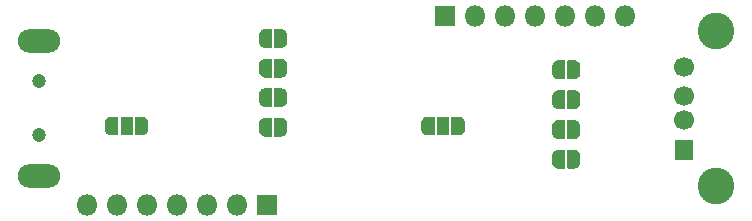
<source format=gbr>
G04 #@! TF.GenerationSoftware,KiCad,Pcbnew,5.1.6-c6e7f7d~87~ubuntu18.04.1*
G04 #@! TF.CreationDate,2021-03-10T22:13:46+06:00*
G04 #@! TF.ProjectId,USG_plus_LQFP,5553475f-706c-4757-935f-4c5146502e6b,rev?*
G04 #@! TF.SameCoordinates,Original*
G04 #@! TF.FileFunction,Soldermask,Bot*
G04 #@! TF.FilePolarity,Negative*
%FSLAX46Y46*%
G04 Gerber Fmt 4.6, Leading zero omitted, Abs format (unit mm)*
G04 Created by KiCad (PCBNEW 5.1.6-c6e7f7d~87~ubuntu18.04.1) date 2021-03-10 22:13:46*
%MOMM*%
%LPD*%
G01*
G04 APERTURE LIST*
%ADD10O,3.600000X2.000000*%
%ADD11C,1.200000*%
%ADD12O,1.800000X1.800000*%
%ADD13R,1.800000X1.800000*%
%ADD14C,3.100000*%
%ADD15R,1.600000X1.700000*%
%ADD16C,1.700000*%
%ADD17C,0.100000*%
%ADD18R,1.100000X1.600000*%
G04 APERTURE END LIST*
D10*
X103100000Y-145700000D03*
X103100000Y-134300000D03*
D11*
X103100000Y-142300000D03*
X103100000Y-137700000D03*
D12*
X107160000Y-148200000D03*
X109700000Y-148200000D03*
X112240000Y-148200000D03*
X114780000Y-148200000D03*
X117320000Y-148200000D03*
X119860000Y-148200000D03*
D13*
X122400000Y-148200000D03*
X137500000Y-132200000D03*
D12*
X140040000Y-132200000D03*
X142580000Y-132200000D03*
X145120000Y-132200000D03*
X147660000Y-132200000D03*
X150200000Y-132200000D03*
X152740000Y-132200000D03*
D14*
X160410000Y-146570000D03*
X160410000Y-133430000D03*
D15*
X157700000Y-143500000D03*
D16*
X157700000Y-141000000D03*
X157700000Y-139000000D03*
X157700000Y-136500000D03*
D17*
G36*
X111806111Y-140700602D02*
G01*
X111824534Y-140700602D01*
X111829435Y-140700843D01*
X111878266Y-140705653D01*
X111883119Y-140706373D01*
X111931244Y-140715945D01*
X111936005Y-140717137D01*
X111982960Y-140731381D01*
X111987579Y-140733034D01*
X112032912Y-140751811D01*
X112037349Y-140753909D01*
X112080622Y-140777040D01*
X112084829Y-140779562D01*
X112125628Y-140806822D01*
X112129570Y-140809746D01*
X112167499Y-140840874D01*
X112171134Y-140844169D01*
X112205831Y-140878866D01*
X112209126Y-140882501D01*
X112240254Y-140920430D01*
X112243178Y-140924372D01*
X112270438Y-140965171D01*
X112272960Y-140969378D01*
X112296091Y-141012651D01*
X112298189Y-141017088D01*
X112316966Y-141062421D01*
X112318619Y-141067040D01*
X112332863Y-141113995D01*
X112334055Y-141118756D01*
X112343627Y-141166881D01*
X112344347Y-141171734D01*
X112349157Y-141220565D01*
X112349398Y-141225466D01*
X112349398Y-141243889D01*
X112350000Y-141250000D01*
X112350000Y-141750000D01*
X112349398Y-141756111D01*
X112349398Y-141774534D01*
X112349157Y-141779435D01*
X112344347Y-141828266D01*
X112343627Y-141833119D01*
X112334055Y-141881244D01*
X112332863Y-141886005D01*
X112318619Y-141932960D01*
X112316966Y-141937579D01*
X112298189Y-141982912D01*
X112296091Y-141987349D01*
X112272960Y-142030622D01*
X112270438Y-142034829D01*
X112243178Y-142075628D01*
X112240254Y-142079570D01*
X112209126Y-142117499D01*
X112205831Y-142121134D01*
X112171134Y-142155831D01*
X112167499Y-142159126D01*
X112129570Y-142190254D01*
X112125628Y-142193178D01*
X112084829Y-142220438D01*
X112080622Y-142222960D01*
X112037349Y-142246091D01*
X112032912Y-142248189D01*
X111987579Y-142266966D01*
X111982960Y-142268619D01*
X111936005Y-142282863D01*
X111931244Y-142284055D01*
X111883119Y-142293627D01*
X111878266Y-142294347D01*
X111829435Y-142299157D01*
X111824534Y-142299398D01*
X111806111Y-142299398D01*
X111800000Y-142300000D01*
X111250000Y-142300000D01*
X111240245Y-142299039D01*
X111230866Y-142296194D01*
X111222221Y-142291573D01*
X111214645Y-142285355D01*
X111208427Y-142277779D01*
X111203806Y-142269134D01*
X111200961Y-142259755D01*
X111200000Y-142250000D01*
X111200000Y-140750000D01*
X111200961Y-140740245D01*
X111203806Y-140730866D01*
X111208427Y-140722221D01*
X111214645Y-140714645D01*
X111222221Y-140708427D01*
X111230866Y-140703806D01*
X111240245Y-140700961D01*
X111250000Y-140700000D01*
X111800000Y-140700000D01*
X111806111Y-140700602D01*
G37*
D18*
X110500000Y-141500000D03*
D17*
G36*
X109759755Y-140700961D02*
G01*
X109769134Y-140703806D01*
X109777779Y-140708427D01*
X109785355Y-140714645D01*
X109791573Y-140722221D01*
X109796194Y-140730866D01*
X109799039Y-140740245D01*
X109800000Y-140750000D01*
X109800000Y-142250000D01*
X109799039Y-142259755D01*
X109796194Y-142269134D01*
X109791573Y-142277779D01*
X109785355Y-142285355D01*
X109777779Y-142291573D01*
X109769134Y-142296194D01*
X109759755Y-142299039D01*
X109750000Y-142300000D01*
X109200000Y-142300000D01*
X109193889Y-142299398D01*
X109175466Y-142299398D01*
X109170565Y-142299157D01*
X109121734Y-142294347D01*
X109116881Y-142293627D01*
X109068756Y-142284055D01*
X109063995Y-142282863D01*
X109017040Y-142268619D01*
X109012421Y-142266966D01*
X108967088Y-142248189D01*
X108962651Y-142246091D01*
X108919378Y-142222960D01*
X108915171Y-142220438D01*
X108874372Y-142193178D01*
X108870430Y-142190254D01*
X108832501Y-142159126D01*
X108828866Y-142155831D01*
X108794169Y-142121134D01*
X108790874Y-142117499D01*
X108759746Y-142079570D01*
X108756822Y-142075628D01*
X108729562Y-142034829D01*
X108727040Y-142030622D01*
X108703909Y-141987349D01*
X108701811Y-141982912D01*
X108683034Y-141937579D01*
X108681381Y-141932960D01*
X108667137Y-141886005D01*
X108665945Y-141881244D01*
X108656373Y-141833119D01*
X108655653Y-141828266D01*
X108650843Y-141779435D01*
X108650602Y-141774534D01*
X108650602Y-141756111D01*
X108650000Y-141750000D01*
X108650000Y-141250000D01*
X108650602Y-141243889D01*
X108650602Y-141225466D01*
X108650843Y-141220565D01*
X108655653Y-141171734D01*
X108656373Y-141166881D01*
X108665945Y-141118756D01*
X108667137Y-141113995D01*
X108681381Y-141067040D01*
X108683034Y-141062421D01*
X108701811Y-141017088D01*
X108703909Y-141012651D01*
X108727040Y-140969378D01*
X108729562Y-140965171D01*
X108756822Y-140924372D01*
X108759746Y-140920430D01*
X108790874Y-140882501D01*
X108794169Y-140878866D01*
X108828866Y-140844169D01*
X108832501Y-140840874D01*
X108870430Y-140809746D01*
X108874372Y-140806822D01*
X108915171Y-140779562D01*
X108919378Y-140777040D01*
X108962651Y-140753909D01*
X108967088Y-140751811D01*
X109012421Y-140733034D01*
X109017040Y-140731381D01*
X109063995Y-140717137D01*
X109068756Y-140715945D01*
X109116881Y-140706373D01*
X109121734Y-140705653D01*
X109170565Y-140700843D01*
X109175466Y-140700602D01*
X109193889Y-140700602D01*
X109200000Y-140700000D01*
X109750000Y-140700000D01*
X109759755Y-140700961D01*
G37*
G36*
X123040245Y-134899039D02*
G01*
X123030866Y-134896194D01*
X123022221Y-134891573D01*
X123014645Y-134885355D01*
X123008427Y-134877779D01*
X123003806Y-134869134D01*
X123000961Y-134859755D01*
X123000000Y-134850000D01*
X123000000Y-133350000D01*
X123000961Y-133340245D01*
X123003806Y-133330866D01*
X123008427Y-133322221D01*
X123014645Y-133314645D01*
X123022221Y-133308427D01*
X123030866Y-133303806D01*
X123040245Y-133300961D01*
X123050000Y-133300000D01*
X123550000Y-133300000D01*
X123556111Y-133300602D01*
X123574534Y-133300602D01*
X123579435Y-133300843D01*
X123628266Y-133305653D01*
X123633119Y-133306373D01*
X123681244Y-133315945D01*
X123686005Y-133317137D01*
X123732960Y-133331381D01*
X123737579Y-133333034D01*
X123782912Y-133351811D01*
X123787349Y-133353909D01*
X123830622Y-133377040D01*
X123834829Y-133379562D01*
X123875628Y-133406822D01*
X123879570Y-133409746D01*
X123917499Y-133440874D01*
X123921134Y-133444169D01*
X123955831Y-133478866D01*
X123959126Y-133482501D01*
X123990254Y-133520430D01*
X123993178Y-133524372D01*
X124020438Y-133565171D01*
X124022960Y-133569378D01*
X124046091Y-133612651D01*
X124048189Y-133617088D01*
X124066966Y-133662421D01*
X124068619Y-133667040D01*
X124082863Y-133713995D01*
X124084055Y-133718756D01*
X124093627Y-133766881D01*
X124094347Y-133771734D01*
X124099157Y-133820565D01*
X124099398Y-133825466D01*
X124099398Y-133843889D01*
X124100000Y-133850000D01*
X124100000Y-134350000D01*
X124099398Y-134356111D01*
X124099398Y-134374534D01*
X124099157Y-134379435D01*
X124094347Y-134428266D01*
X124093627Y-134433119D01*
X124084055Y-134481244D01*
X124082863Y-134486005D01*
X124068619Y-134532960D01*
X124066966Y-134537579D01*
X124048189Y-134582912D01*
X124046091Y-134587349D01*
X124022960Y-134630622D01*
X124020438Y-134634829D01*
X123993178Y-134675628D01*
X123990254Y-134679570D01*
X123959126Y-134717499D01*
X123955831Y-134721134D01*
X123921134Y-134755831D01*
X123917499Y-134759126D01*
X123879570Y-134790254D01*
X123875628Y-134793178D01*
X123834829Y-134820438D01*
X123830622Y-134822960D01*
X123787349Y-134846091D01*
X123782912Y-134848189D01*
X123737579Y-134866966D01*
X123732960Y-134868619D01*
X123686005Y-134882863D01*
X123681244Y-134884055D01*
X123633119Y-134893627D01*
X123628266Y-134894347D01*
X123579435Y-134899157D01*
X123574534Y-134899398D01*
X123556111Y-134899398D01*
X123550000Y-134900000D01*
X123050000Y-134900000D01*
X123040245Y-134899039D01*
G37*
G36*
X122243889Y-134899398D02*
G01*
X122225466Y-134899398D01*
X122220565Y-134899157D01*
X122171734Y-134894347D01*
X122166881Y-134893627D01*
X122118756Y-134884055D01*
X122113995Y-134882863D01*
X122067040Y-134868619D01*
X122062421Y-134866966D01*
X122017088Y-134848189D01*
X122012651Y-134846091D01*
X121969378Y-134822960D01*
X121965171Y-134820438D01*
X121924372Y-134793178D01*
X121920430Y-134790254D01*
X121882501Y-134759126D01*
X121878866Y-134755831D01*
X121844169Y-134721134D01*
X121840874Y-134717499D01*
X121809746Y-134679570D01*
X121806822Y-134675628D01*
X121779562Y-134634829D01*
X121777040Y-134630622D01*
X121753909Y-134587349D01*
X121751811Y-134582912D01*
X121733034Y-134537579D01*
X121731381Y-134532960D01*
X121717137Y-134486005D01*
X121715945Y-134481244D01*
X121706373Y-134433119D01*
X121705653Y-134428266D01*
X121700843Y-134379435D01*
X121700602Y-134374534D01*
X121700602Y-134356111D01*
X121700000Y-134350000D01*
X121700000Y-133850000D01*
X121700602Y-133843889D01*
X121700602Y-133825466D01*
X121700843Y-133820565D01*
X121705653Y-133771734D01*
X121706373Y-133766881D01*
X121715945Y-133718756D01*
X121717137Y-133713995D01*
X121731381Y-133667040D01*
X121733034Y-133662421D01*
X121751811Y-133617088D01*
X121753909Y-133612651D01*
X121777040Y-133569378D01*
X121779562Y-133565171D01*
X121806822Y-133524372D01*
X121809746Y-133520430D01*
X121840874Y-133482501D01*
X121844169Y-133478866D01*
X121878866Y-133444169D01*
X121882501Y-133440874D01*
X121920430Y-133409746D01*
X121924372Y-133406822D01*
X121965171Y-133379562D01*
X121969378Y-133377040D01*
X122012651Y-133353909D01*
X122017088Y-133351811D01*
X122062421Y-133333034D01*
X122067040Y-133331381D01*
X122113995Y-133317137D01*
X122118756Y-133315945D01*
X122166881Y-133306373D01*
X122171734Y-133305653D01*
X122220565Y-133300843D01*
X122225466Y-133300602D01*
X122243889Y-133300602D01*
X122250000Y-133300000D01*
X122750000Y-133300000D01*
X122759755Y-133300961D01*
X122769134Y-133303806D01*
X122777779Y-133308427D01*
X122785355Y-133314645D01*
X122791573Y-133322221D01*
X122796194Y-133330866D01*
X122799039Y-133340245D01*
X122800000Y-133350000D01*
X122800000Y-134850000D01*
X122799039Y-134859755D01*
X122796194Y-134869134D01*
X122791573Y-134877779D01*
X122785355Y-134885355D01*
X122777779Y-134891573D01*
X122769134Y-134896194D01*
X122759755Y-134899039D01*
X122750000Y-134900000D01*
X122250000Y-134900000D01*
X122243889Y-134899398D01*
G37*
G36*
X122243889Y-137399398D02*
G01*
X122225466Y-137399398D01*
X122220565Y-137399157D01*
X122171734Y-137394347D01*
X122166881Y-137393627D01*
X122118756Y-137384055D01*
X122113995Y-137382863D01*
X122067040Y-137368619D01*
X122062421Y-137366966D01*
X122017088Y-137348189D01*
X122012651Y-137346091D01*
X121969378Y-137322960D01*
X121965171Y-137320438D01*
X121924372Y-137293178D01*
X121920430Y-137290254D01*
X121882501Y-137259126D01*
X121878866Y-137255831D01*
X121844169Y-137221134D01*
X121840874Y-137217499D01*
X121809746Y-137179570D01*
X121806822Y-137175628D01*
X121779562Y-137134829D01*
X121777040Y-137130622D01*
X121753909Y-137087349D01*
X121751811Y-137082912D01*
X121733034Y-137037579D01*
X121731381Y-137032960D01*
X121717137Y-136986005D01*
X121715945Y-136981244D01*
X121706373Y-136933119D01*
X121705653Y-136928266D01*
X121700843Y-136879435D01*
X121700602Y-136874534D01*
X121700602Y-136856111D01*
X121700000Y-136850000D01*
X121700000Y-136350000D01*
X121700602Y-136343889D01*
X121700602Y-136325466D01*
X121700843Y-136320565D01*
X121705653Y-136271734D01*
X121706373Y-136266881D01*
X121715945Y-136218756D01*
X121717137Y-136213995D01*
X121731381Y-136167040D01*
X121733034Y-136162421D01*
X121751811Y-136117088D01*
X121753909Y-136112651D01*
X121777040Y-136069378D01*
X121779562Y-136065171D01*
X121806822Y-136024372D01*
X121809746Y-136020430D01*
X121840874Y-135982501D01*
X121844169Y-135978866D01*
X121878866Y-135944169D01*
X121882501Y-135940874D01*
X121920430Y-135909746D01*
X121924372Y-135906822D01*
X121965171Y-135879562D01*
X121969378Y-135877040D01*
X122012651Y-135853909D01*
X122017088Y-135851811D01*
X122062421Y-135833034D01*
X122067040Y-135831381D01*
X122113995Y-135817137D01*
X122118756Y-135815945D01*
X122166881Y-135806373D01*
X122171734Y-135805653D01*
X122220565Y-135800843D01*
X122225466Y-135800602D01*
X122243889Y-135800602D01*
X122250000Y-135800000D01*
X122750000Y-135800000D01*
X122759755Y-135800961D01*
X122769134Y-135803806D01*
X122777779Y-135808427D01*
X122785355Y-135814645D01*
X122791573Y-135822221D01*
X122796194Y-135830866D01*
X122799039Y-135840245D01*
X122800000Y-135850000D01*
X122800000Y-137350000D01*
X122799039Y-137359755D01*
X122796194Y-137369134D01*
X122791573Y-137377779D01*
X122785355Y-137385355D01*
X122777779Y-137391573D01*
X122769134Y-137396194D01*
X122759755Y-137399039D01*
X122750000Y-137400000D01*
X122250000Y-137400000D01*
X122243889Y-137399398D01*
G37*
G36*
X123040245Y-137399039D02*
G01*
X123030866Y-137396194D01*
X123022221Y-137391573D01*
X123014645Y-137385355D01*
X123008427Y-137377779D01*
X123003806Y-137369134D01*
X123000961Y-137359755D01*
X123000000Y-137350000D01*
X123000000Y-135850000D01*
X123000961Y-135840245D01*
X123003806Y-135830866D01*
X123008427Y-135822221D01*
X123014645Y-135814645D01*
X123022221Y-135808427D01*
X123030866Y-135803806D01*
X123040245Y-135800961D01*
X123050000Y-135800000D01*
X123550000Y-135800000D01*
X123556111Y-135800602D01*
X123574534Y-135800602D01*
X123579435Y-135800843D01*
X123628266Y-135805653D01*
X123633119Y-135806373D01*
X123681244Y-135815945D01*
X123686005Y-135817137D01*
X123732960Y-135831381D01*
X123737579Y-135833034D01*
X123782912Y-135851811D01*
X123787349Y-135853909D01*
X123830622Y-135877040D01*
X123834829Y-135879562D01*
X123875628Y-135906822D01*
X123879570Y-135909746D01*
X123917499Y-135940874D01*
X123921134Y-135944169D01*
X123955831Y-135978866D01*
X123959126Y-135982501D01*
X123990254Y-136020430D01*
X123993178Y-136024372D01*
X124020438Y-136065171D01*
X124022960Y-136069378D01*
X124046091Y-136112651D01*
X124048189Y-136117088D01*
X124066966Y-136162421D01*
X124068619Y-136167040D01*
X124082863Y-136213995D01*
X124084055Y-136218756D01*
X124093627Y-136266881D01*
X124094347Y-136271734D01*
X124099157Y-136320565D01*
X124099398Y-136325466D01*
X124099398Y-136343889D01*
X124100000Y-136350000D01*
X124100000Y-136850000D01*
X124099398Y-136856111D01*
X124099398Y-136874534D01*
X124099157Y-136879435D01*
X124094347Y-136928266D01*
X124093627Y-136933119D01*
X124084055Y-136981244D01*
X124082863Y-136986005D01*
X124068619Y-137032960D01*
X124066966Y-137037579D01*
X124048189Y-137082912D01*
X124046091Y-137087349D01*
X124022960Y-137130622D01*
X124020438Y-137134829D01*
X123993178Y-137175628D01*
X123990254Y-137179570D01*
X123959126Y-137217499D01*
X123955831Y-137221134D01*
X123921134Y-137255831D01*
X123917499Y-137259126D01*
X123879570Y-137290254D01*
X123875628Y-137293178D01*
X123834829Y-137320438D01*
X123830622Y-137322960D01*
X123787349Y-137346091D01*
X123782912Y-137348189D01*
X123737579Y-137366966D01*
X123732960Y-137368619D01*
X123686005Y-137382863D01*
X123681244Y-137384055D01*
X123633119Y-137393627D01*
X123628266Y-137394347D01*
X123579435Y-137399157D01*
X123574534Y-137399398D01*
X123556111Y-137399398D01*
X123550000Y-137400000D01*
X123050000Y-137400000D01*
X123040245Y-137399039D01*
G37*
G36*
X122243889Y-139899398D02*
G01*
X122225466Y-139899398D01*
X122220565Y-139899157D01*
X122171734Y-139894347D01*
X122166881Y-139893627D01*
X122118756Y-139884055D01*
X122113995Y-139882863D01*
X122067040Y-139868619D01*
X122062421Y-139866966D01*
X122017088Y-139848189D01*
X122012651Y-139846091D01*
X121969378Y-139822960D01*
X121965171Y-139820438D01*
X121924372Y-139793178D01*
X121920430Y-139790254D01*
X121882501Y-139759126D01*
X121878866Y-139755831D01*
X121844169Y-139721134D01*
X121840874Y-139717499D01*
X121809746Y-139679570D01*
X121806822Y-139675628D01*
X121779562Y-139634829D01*
X121777040Y-139630622D01*
X121753909Y-139587349D01*
X121751811Y-139582912D01*
X121733034Y-139537579D01*
X121731381Y-139532960D01*
X121717137Y-139486005D01*
X121715945Y-139481244D01*
X121706373Y-139433119D01*
X121705653Y-139428266D01*
X121700843Y-139379435D01*
X121700602Y-139374534D01*
X121700602Y-139356111D01*
X121700000Y-139350000D01*
X121700000Y-138850000D01*
X121700602Y-138843889D01*
X121700602Y-138825466D01*
X121700843Y-138820565D01*
X121705653Y-138771734D01*
X121706373Y-138766881D01*
X121715945Y-138718756D01*
X121717137Y-138713995D01*
X121731381Y-138667040D01*
X121733034Y-138662421D01*
X121751811Y-138617088D01*
X121753909Y-138612651D01*
X121777040Y-138569378D01*
X121779562Y-138565171D01*
X121806822Y-138524372D01*
X121809746Y-138520430D01*
X121840874Y-138482501D01*
X121844169Y-138478866D01*
X121878866Y-138444169D01*
X121882501Y-138440874D01*
X121920430Y-138409746D01*
X121924372Y-138406822D01*
X121965171Y-138379562D01*
X121969378Y-138377040D01*
X122012651Y-138353909D01*
X122017088Y-138351811D01*
X122062421Y-138333034D01*
X122067040Y-138331381D01*
X122113995Y-138317137D01*
X122118756Y-138315945D01*
X122166881Y-138306373D01*
X122171734Y-138305653D01*
X122220565Y-138300843D01*
X122225466Y-138300602D01*
X122243889Y-138300602D01*
X122250000Y-138300000D01*
X122750000Y-138300000D01*
X122759755Y-138300961D01*
X122769134Y-138303806D01*
X122777779Y-138308427D01*
X122785355Y-138314645D01*
X122791573Y-138322221D01*
X122796194Y-138330866D01*
X122799039Y-138340245D01*
X122800000Y-138350000D01*
X122800000Y-139850000D01*
X122799039Y-139859755D01*
X122796194Y-139869134D01*
X122791573Y-139877779D01*
X122785355Y-139885355D01*
X122777779Y-139891573D01*
X122769134Y-139896194D01*
X122759755Y-139899039D01*
X122750000Y-139900000D01*
X122250000Y-139900000D01*
X122243889Y-139899398D01*
G37*
G36*
X123040245Y-139899039D02*
G01*
X123030866Y-139896194D01*
X123022221Y-139891573D01*
X123014645Y-139885355D01*
X123008427Y-139877779D01*
X123003806Y-139869134D01*
X123000961Y-139859755D01*
X123000000Y-139850000D01*
X123000000Y-138350000D01*
X123000961Y-138340245D01*
X123003806Y-138330866D01*
X123008427Y-138322221D01*
X123014645Y-138314645D01*
X123022221Y-138308427D01*
X123030866Y-138303806D01*
X123040245Y-138300961D01*
X123050000Y-138300000D01*
X123550000Y-138300000D01*
X123556111Y-138300602D01*
X123574534Y-138300602D01*
X123579435Y-138300843D01*
X123628266Y-138305653D01*
X123633119Y-138306373D01*
X123681244Y-138315945D01*
X123686005Y-138317137D01*
X123732960Y-138331381D01*
X123737579Y-138333034D01*
X123782912Y-138351811D01*
X123787349Y-138353909D01*
X123830622Y-138377040D01*
X123834829Y-138379562D01*
X123875628Y-138406822D01*
X123879570Y-138409746D01*
X123917499Y-138440874D01*
X123921134Y-138444169D01*
X123955831Y-138478866D01*
X123959126Y-138482501D01*
X123990254Y-138520430D01*
X123993178Y-138524372D01*
X124020438Y-138565171D01*
X124022960Y-138569378D01*
X124046091Y-138612651D01*
X124048189Y-138617088D01*
X124066966Y-138662421D01*
X124068619Y-138667040D01*
X124082863Y-138713995D01*
X124084055Y-138718756D01*
X124093627Y-138766881D01*
X124094347Y-138771734D01*
X124099157Y-138820565D01*
X124099398Y-138825466D01*
X124099398Y-138843889D01*
X124100000Y-138850000D01*
X124100000Y-139350000D01*
X124099398Y-139356111D01*
X124099398Y-139374534D01*
X124099157Y-139379435D01*
X124094347Y-139428266D01*
X124093627Y-139433119D01*
X124084055Y-139481244D01*
X124082863Y-139486005D01*
X124068619Y-139532960D01*
X124066966Y-139537579D01*
X124048189Y-139582912D01*
X124046091Y-139587349D01*
X124022960Y-139630622D01*
X124020438Y-139634829D01*
X123993178Y-139675628D01*
X123990254Y-139679570D01*
X123959126Y-139717499D01*
X123955831Y-139721134D01*
X123921134Y-139755831D01*
X123917499Y-139759126D01*
X123879570Y-139790254D01*
X123875628Y-139793178D01*
X123834829Y-139820438D01*
X123830622Y-139822960D01*
X123787349Y-139846091D01*
X123782912Y-139848189D01*
X123737579Y-139866966D01*
X123732960Y-139868619D01*
X123686005Y-139882863D01*
X123681244Y-139884055D01*
X123633119Y-139893627D01*
X123628266Y-139894347D01*
X123579435Y-139899157D01*
X123574534Y-139899398D01*
X123556111Y-139899398D01*
X123550000Y-139900000D01*
X123050000Y-139900000D01*
X123040245Y-139899039D01*
G37*
G36*
X123040245Y-142399039D02*
G01*
X123030866Y-142396194D01*
X123022221Y-142391573D01*
X123014645Y-142385355D01*
X123008427Y-142377779D01*
X123003806Y-142369134D01*
X123000961Y-142359755D01*
X123000000Y-142350000D01*
X123000000Y-140850000D01*
X123000961Y-140840245D01*
X123003806Y-140830866D01*
X123008427Y-140822221D01*
X123014645Y-140814645D01*
X123022221Y-140808427D01*
X123030866Y-140803806D01*
X123040245Y-140800961D01*
X123050000Y-140800000D01*
X123550000Y-140800000D01*
X123556111Y-140800602D01*
X123574534Y-140800602D01*
X123579435Y-140800843D01*
X123628266Y-140805653D01*
X123633119Y-140806373D01*
X123681244Y-140815945D01*
X123686005Y-140817137D01*
X123732960Y-140831381D01*
X123737579Y-140833034D01*
X123782912Y-140851811D01*
X123787349Y-140853909D01*
X123830622Y-140877040D01*
X123834829Y-140879562D01*
X123875628Y-140906822D01*
X123879570Y-140909746D01*
X123917499Y-140940874D01*
X123921134Y-140944169D01*
X123955831Y-140978866D01*
X123959126Y-140982501D01*
X123990254Y-141020430D01*
X123993178Y-141024372D01*
X124020438Y-141065171D01*
X124022960Y-141069378D01*
X124046091Y-141112651D01*
X124048189Y-141117088D01*
X124066966Y-141162421D01*
X124068619Y-141167040D01*
X124082863Y-141213995D01*
X124084055Y-141218756D01*
X124093627Y-141266881D01*
X124094347Y-141271734D01*
X124099157Y-141320565D01*
X124099398Y-141325466D01*
X124099398Y-141343889D01*
X124100000Y-141350000D01*
X124100000Y-141850000D01*
X124099398Y-141856111D01*
X124099398Y-141874534D01*
X124099157Y-141879435D01*
X124094347Y-141928266D01*
X124093627Y-141933119D01*
X124084055Y-141981244D01*
X124082863Y-141986005D01*
X124068619Y-142032960D01*
X124066966Y-142037579D01*
X124048189Y-142082912D01*
X124046091Y-142087349D01*
X124022960Y-142130622D01*
X124020438Y-142134829D01*
X123993178Y-142175628D01*
X123990254Y-142179570D01*
X123959126Y-142217499D01*
X123955831Y-142221134D01*
X123921134Y-142255831D01*
X123917499Y-142259126D01*
X123879570Y-142290254D01*
X123875628Y-142293178D01*
X123834829Y-142320438D01*
X123830622Y-142322960D01*
X123787349Y-142346091D01*
X123782912Y-142348189D01*
X123737579Y-142366966D01*
X123732960Y-142368619D01*
X123686005Y-142382863D01*
X123681244Y-142384055D01*
X123633119Y-142393627D01*
X123628266Y-142394347D01*
X123579435Y-142399157D01*
X123574534Y-142399398D01*
X123556111Y-142399398D01*
X123550000Y-142400000D01*
X123050000Y-142400000D01*
X123040245Y-142399039D01*
G37*
G36*
X122243889Y-142399398D02*
G01*
X122225466Y-142399398D01*
X122220565Y-142399157D01*
X122171734Y-142394347D01*
X122166881Y-142393627D01*
X122118756Y-142384055D01*
X122113995Y-142382863D01*
X122067040Y-142368619D01*
X122062421Y-142366966D01*
X122017088Y-142348189D01*
X122012651Y-142346091D01*
X121969378Y-142322960D01*
X121965171Y-142320438D01*
X121924372Y-142293178D01*
X121920430Y-142290254D01*
X121882501Y-142259126D01*
X121878866Y-142255831D01*
X121844169Y-142221134D01*
X121840874Y-142217499D01*
X121809746Y-142179570D01*
X121806822Y-142175628D01*
X121779562Y-142134829D01*
X121777040Y-142130622D01*
X121753909Y-142087349D01*
X121751811Y-142082912D01*
X121733034Y-142037579D01*
X121731381Y-142032960D01*
X121717137Y-141986005D01*
X121715945Y-141981244D01*
X121706373Y-141933119D01*
X121705653Y-141928266D01*
X121700843Y-141879435D01*
X121700602Y-141874534D01*
X121700602Y-141856111D01*
X121700000Y-141850000D01*
X121700000Y-141350000D01*
X121700602Y-141343889D01*
X121700602Y-141325466D01*
X121700843Y-141320565D01*
X121705653Y-141271734D01*
X121706373Y-141266881D01*
X121715945Y-141218756D01*
X121717137Y-141213995D01*
X121731381Y-141167040D01*
X121733034Y-141162421D01*
X121751811Y-141117088D01*
X121753909Y-141112651D01*
X121777040Y-141069378D01*
X121779562Y-141065171D01*
X121806822Y-141024372D01*
X121809746Y-141020430D01*
X121840874Y-140982501D01*
X121844169Y-140978866D01*
X121878866Y-140944169D01*
X121882501Y-140940874D01*
X121920430Y-140909746D01*
X121924372Y-140906822D01*
X121965171Y-140879562D01*
X121969378Y-140877040D01*
X122012651Y-140853909D01*
X122017088Y-140851811D01*
X122062421Y-140833034D01*
X122067040Y-140831381D01*
X122113995Y-140817137D01*
X122118756Y-140815945D01*
X122166881Y-140806373D01*
X122171734Y-140805653D01*
X122220565Y-140800843D01*
X122225466Y-140800602D01*
X122243889Y-140800602D01*
X122250000Y-140800000D01*
X122750000Y-140800000D01*
X122759755Y-140800961D01*
X122769134Y-140803806D01*
X122777779Y-140808427D01*
X122785355Y-140814645D01*
X122791573Y-140822221D01*
X122796194Y-140830866D01*
X122799039Y-140840245D01*
X122800000Y-140850000D01*
X122800000Y-142350000D01*
X122799039Y-142359755D01*
X122796194Y-142369134D01*
X122791573Y-142377779D01*
X122785355Y-142385355D01*
X122777779Y-142391573D01*
X122769134Y-142396194D01*
X122759755Y-142399039D01*
X122750000Y-142400000D01*
X122250000Y-142400000D01*
X122243889Y-142399398D01*
G37*
G36*
X138040245Y-142299039D02*
G01*
X138030866Y-142296194D01*
X138022221Y-142291573D01*
X138014645Y-142285355D01*
X138008427Y-142277779D01*
X138003806Y-142269134D01*
X138000961Y-142259755D01*
X138000000Y-142250000D01*
X138000000Y-140750000D01*
X138000961Y-140740245D01*
X138003806Y-140730866D01*
X138008427Y-140722221D01*
X138014645Y-140714645D01*
X138022221Y-140708427D01*
X138030866Y-140703806D01*
X138040245Y-140700961D01*
X138050000Y-140700000D01*
X138600000Y-140700000D01*
X138606111Y-140700602D01*
X138624534Y-140700602D01*
X138629435Y-140700843D01*
X138678266Y-140705653D01*
X138683119Y-140706373D01*
X138731244Y-140715945D01*
X138736005Y-140717137D01*
X138782960Y-140731381D01*
X138787579Y-140733034D01*
X138832912Y-140751811D01*
X138837349Y-140753909D01*
X138880622Y-140777040D01*
X138884829Y-140779562D01*
X138925628Y-140806822D01*
X138929570Y-140809746D01*
X138967499Y-140840874D01*
X138971134Y-140844169D01*
X139005831Y-140878866D01*
X139009126Y-140882501D01*
X139040254Y-140920430D01*
X139043178Y-140924372D01*
X139070438Y-140965171D01*
X139072960Y-140969378D01*
X139096091Y-141012651D01*
X139098189Y-141017088D01*
X139116966Y-141062421D01*
X139118619Y-141067040D01*
X139132863Y-141113995D01*
X139134055Y-141118756D01*
X139143627Y-141166881D01*
X139144347Y-141171734D01*
X139149157Y-141220565D01*
X139149398Y-141225466D01*
X139149398Y-141243889D01*
X139150000Y-141250000D01*
X139150000Y-141750000D01*
X139149398Y-141756111D01*
X139149398Y-141774534D01*
X139149157Y-141779435D01*
X139144347Y-141828266D01*
X139143627Y-141833119D01*
X139134055Y-141881244D01*
X139132863Y-141886005D01*
X139118619Y-141932960D01*
X139116966Y-141937579D01*
X139098189Y-141982912D01*
X139096091Y-141987349D01*
X139072960Y-142030622D01*
X139070438Y-142034829D01*
X139043178Y-142075628D01*
X139040254Y-142079570D01*
X139009126Y-142117499D01*
X139005831Y-142121134D01*
X138971134Y-142155831D01*
X138967499Y-142159126D01*
X138929570Y-142190254D01*
X138925628Y-142193178D01*
X138884829Y-142220438D01*
X138880622Y-142222960D01*
X138837349Y-142246091D01*
X138832912Y-142248189D01*
X138787579Y-142266966D01*
X138782960Y-142268619D01*
X138736005Y-142282863D01*
X138731244Y-142284055D01*
X138683119Y-142293627D01*
X138678266Y-142294347D01*
X138629435Y-142299157D01*
X138624534Y-142299398D01*
X138606111Y-142299398D01*
X138600000Y-142300000D01*
X138050000Y-142300000D01*
X138040245Y-142299039D01*
G37*
D18*
X137300000Y-141500000D03*
D17*
G36*
X135993889Y-142299398D02*
G01*
X135975466Y-142299398D01*
X135970565Y-142299157D01*
X135921734Y-142294347D01*
X135916881Y-142293627D01*
X135868756Y-142284055D01*
X135863995Y-142282863D01*
X135817040Y-142268619D01*
X135812421Y-142266966D01*
X135767088Y-142248189D01*
X135762651Y-142246091D01*
X135719378Y-142222960D01*
X135715171Y-142220438D01*
X135674372Y-142193178D01*
X135670430Y-142190254D01*
X135632501Y-142159126D01*
X135628866Y-142155831D01*
X135594169Y-142121134D01*
X135590874Y-142117499D01*
X135559746Y-142079570D01*
X135556822Y-142075628D01*
X135529562Y-142034829D01*
X135527040Y-142030622D01*
X135503909Y-141987349D01*
X135501811Y-141982912D01*
X135483034Y-141937579D01*
X135481381Y-141932960D01*
X135467137Y-141886005D01*
X135465945Y-141881244D01*
X135456373Y-141833119D01*
X135455653Y-141828266D01*
X135450843Y-141779435D01*
X135450602Y-141774534D01*
X135450602Y-141756111D01*
X135450000Y-141750000D01*
X135450000Y-141250000D01*
X135450602Y-141243889D01*
X135450602Y-141225466D01*
X135450843Y-141220565D01*
X135455653Y-141171734D01*
X135456373Y-141166881D01*
X135465945Y-141118756D01*
X135467137Y-141113995D01*
X135481381Y-141067040D01*
X135483034Y-141062421D01*
X135501811Y-141017088D01*
X135503909Y-141012651D01*
X135527040Y-140969378D01*
X135529562Y-140965171D01*
X135556822Y-140924372D01*
X135559746Y-140920430D01*
X135590874Y-140882501D01*
X135594169Y-140878866D01*
X135628866Y-140844169D01*
X135632501Y-140840874D01*
X135670430Y-140809746D01*
X135674372Y-140806822D01*
X135715171Y-140779562D01*
X135719378Y-140777040D01*
X135762651Y-140753909D01*
X135767088Y-140751811D01*
X135812421Y-140733034D01*
X135817040Y-140731381D01*
X135863995Y-140717137D01*
X135868756Y-140715945D01*
X135916881Y-140706373D01*
X135921734Y-140705653D01*
X135970565Y-140700843D01*
X135975466Y-140700602D01*
X135993889Y-140700602D01*
X136000000Y-140700000D01*
X136550000Y-140700000D01*
X136559755Y-140700961D01*
X136569134Y-140703806D01*
X136577779Y-140708427D01*
X136585355Y-140714645D01*
X136591573Y-140722221D01*
X136596194Y-140730866D01*
X136599039Y-140740245D01*
X136600000Y-140750000D01*
X136600000Y-142250000D01*
X136599039Y-142259755D01*
X136596194Y-142269134D01*
X136591573Y-142277779D01*
X136585355Y-142285355D01*
X136577779Y-142291573D01*
X136569134Y-142296194D01*
X136559755Y-142299039D01*
X136550000Y-142300000D01*
X136000000Y-142300000D01*
X135993889Y-142299398D01*
G37*
G36*
X147073889Y-137539398D02*
G01*
X147055466Y-137539398D01*
X147050565Y-137539157D01*
X147001734Y-137534347D01*
X146996881Y-137533627D01*
X146948756Y-137524055D01*
X146943995Y-137522863D01*
X146897040Y-137508619D01*
X146892421Y-137506966D01*
X146847088Y-137488189D01*
X146842651Y-137486091D01*
X146799378Y-137462960D01*
X146795171Y-137460438D01*
X146754372Y-137433178D01*
X146750430Y-137430254D01*
X146712501Y-137399126D01*
X146708866Y-137395831D01*
X146674169Y-137361134D01*
X146670874Y-137357499D01*
X146639746Y-137319570D01*
X146636822Y-137315628D01*
X146609562Y-137274829D01*
X146607040Y-137270622D01*
X146583909Y-137227349D01*
X146581811Y-137222912D01*
X146563034Y-137177579D01*
X146561381Y-137172960D01*
X146547137Y-137126005D01*
X146545945Y-137121244D01*
X146536373Y-137073119D01*
X146535653Y-137068266D01*
X146530843Y-137019435D01*
X146530602Y-137014534D01*
X146530602Y-136996111D01*
X146530000Y-136990000D01*
X146530000Y-136490000D01*
X146530602Y-136483889D01*
X146530602Y-136465466D01*
X146530843Y-136460565D01*
X146535653Y-136411734D01*
X146536373Y-136406881D01*
X146545945Y-136358756D01*
X146547137Y-136353995D01*
X146561381Y-136307040D01*
X146563034Y-136302421D01*
X146581811Y-136257088D01*
X146583909Y-136252651D01*
X146607040Y-136209378D01*
X146609562Y-136205171D01*
X146636822Y-136164372D01*
X146639746Y-136160430D01*
X146670874Y-136122501D01*
X146674169Y-136118866D01*
X146708866Y-136084169D01*
X146712501Y-136080874D01*
X146750430Y-136049746D01*
X146754372Y-136046822D01*
X146795171Y-136019562D01*
X146799378Y-136017040D01*
X146842651Y-135993909D01*
X146847088Y-135991811D01*
X146892421Y-135973034D01*
X146897040Y-135971381D01*
X146943995Y-135957137D01*
X146948756Y-135955945D01*
X146996881Y-135946373D01*
X147001734Y-135945653D01*
X147050565Y-135940843D01*
X147055466Y-135940602D01*
X147073889Y-135940602D01*
X147080000Y-135940000D01*
X147580000Y-135940000D01*
X147589755Y-135940961D01*
X147599134Y-135943806D01*
X147607779Y-135948427D01*
X147615355Y-135954645D01*
X147621573Y-135962221D01*
X147626194Y-135970866D01*
X147629039Y-135980245D01*
X147630000Y-135990000D01*
X147630000Y-137490000D01*
X147629039Y-137499755D01*
X147626194Y-137509134D01*
X147621573Y-137517779D01*
X147615355Y-137525355D01*
X147607779Y-137531573D01*
X147599134Y-137536194D01*
X147589755Y-137539039D01*
X147580000Y-137540000D01*
X147080000Y-137540000D01*
X147073889Y-137539398D01*
G37*
G36*
X147870245Y-137539039D02*
G01*
X147860866Y-137536194D01*
X147852221Y-137531573D01*
X147844645Y-137525355D01*
X147838427Y-137517779D01*
X147833806Y-137509134D01*
X147830961Y-137499755D01*
X147830000Y-137490000D01*
X147830000Y-135990000D01*
X147830961Y-135980245D01*
X147833806Y-135970866D01*
X147838427Y-135962221D01*
X147844645Y-135954645D01*
X147852221Y-135948427D01*
X147860866Y-135943806D01*
X147870245Y-135940961D01*
X147880000Y-135940000D01*
X148380000Y-135940000D01*
X148386111Y-135940602D01*
X148404534Y-135940602D01*
X148409435Y-135940843D01*
X148458266Y-135945653D01*
X148463119Y-135946373D01*
X148511244Y-135955945D01*
X148516005Y-135957137D01*
X148562960Y-135971381D01*
X148567579Y-135973034D01*
X148612912Y-135991811D01*
X148617349Y-135993909D01*
X148660622Y-136017040D01*
X148664829Y-136019562D01*
X148705628Y-136046822D01*
X148709570Y-136049746D01*
X148747499Y-136080874D01*
X148751134Y-136084169D01*
X148785831Y-136118866D01*
X148789126Y-136122501D01*
X148820254Y-136160430D01*
X148823178Y-136164372D01*
X148850438Y-136205171D01*
X148852960Y-136209378D01*
X148876091Y-136252651D01*
X148878189Y-136257088D01*
X148896966Y-136302421D01*
X148898619Y-136307040D01*
X148912863Y-136353995D01*
X148914055Y-136358756D01*
X148923627Y-136406881D01*
X148924347Y-136411734D01*
X148929157Y-136460565D01*
X148929398Y-136465466D01*
X148929398Y-136483889D01*
X148930000Y-136490000D01*
X148930000Y-136990000D01*
X148929398Y-136996111D01*
X148929398Y-137014534D01*
X148929157Y-137019435D01*
X148924347Y-137068266D01*
X148923627Y-137073119D01*
X148914055Y-137121244D01*
X148912863Y-137126005D01*
X148898619Y-137172960D01*
X148896966Y-137177579D01*
X148878189Y-137222912D01*
X148876091Y-137227349D01*
X148852960Y-137270622D01*
X148850438Y-137274829D01*
X148823178Y-137315628D01*
X148820254Y-137319570D01*
X148789126Y-137357499D01*
X148785831Y-137361134D01*
X148751134Y-137395831D01*
X148747499Y-137399126D01*
X148709570Y-137430254D01*
X148705628Y-137433178D01*
X148664829Y-137460438D01*
X148660622Y-137462960D01*
X148617349Y-137486091D01*
X148612912Y-137488189D01*
X148567579Y-137506966D01*
X148562960Y-137508619D01*
X148516005Y-137522863D01*
X148511244Y-137524055D01*
X148463119Y-137533627D01*
X148458266Y-137534347D01*
X148409435Y-137539157D01*
X148404534Y-137539398D01*
X148386111Y-137539398D01*
X148380000Y-137540000D01*
X147880000Y-137540000D01*
X147870245Y-137539039D01*
G37*
G36*
X147870245Y-140069039D02*
G01*
X147860866Y-140066194D01*
X147852221Y-140061573D01*
X147844645Y-140055355D01*
X147838427Y-140047779D01*
X147833806Y-140039134D01*
X147830961Y-140029755D01*
X147830000Y-140020000D01*
X147830000Y-138520000D01*
X147830961Y-138510245D01*
X147833806Y-138500866D01*
X147838427Y-138492221D01*
X147844645Y-138484645D01*
X147852221Y-138478427D01*
X147860866Y-138473806D01*
X147870245Y-138470961D01*
X147880000Y-138470000D01*
X148380000Y-138470000D01*
X148386111Y-138470602D01*
X148404534Y-138470602D01*
X148409435Y-138470843D01*
X148458266Y-138475653D01*
X148463119Y-138476373D01*
X148511244Y-138485945D01*
X148516005Y-138487137D01*
X148562960Y-138501381D01*
X148567579Y-138503034D01*
X148612912Y-138521811D01*
X148617349Y-138523909D01*
X148660622Y-138547040D01*
X148664829Y-138549562D01*
X148705628Y-138576822D01*
X148709570Y-138579746D01*
X148747499Y-138610874D01*
X148751134Y-138614169D01*
X148785831Y-138648866D01*
X148789126Y-138652501D01*
X148820254Y-138690430D01*
X148823178Y-138694372D01*
X148850438Y-138735171D01*
X148852960Y-138739378D01*
X148876091Y-138782651D01*
X148878189Y-138787088D01*
X148896966Y-138832421D01*
X148898619Y-138837040D01*
X148912863Y-138883995D01*
X148914055Y-138888756D01*
X148923627Y-138936881D01*
X148924347Y-138941734D01*
X148929157Y-138990565D01*
X148929398Y-138995466D01*
X148929398Y-139013889D01*
X148930000Y-139020000D01*
X148930000Y-139520000D01*
X148929398Y-139526111D01*
X148929398Y-139544534D01*
X148929157Y-139549435D01*
X148924347Y-139598266D01*
X148923627Y-139603119D01*
X148914055Y-139651244D01*
X148912863Y-139656005D01*
X148898619Y-139702960D01*
X148896966Y-139707579D01*
X148878189Y-139752912D01*
X148876091Y-139757349D01*
X148852960Y-139800622D01*
X148850438Y-139804829D01*
X148823178Y-139845628D01*
X148820254Y-139849570D01*
X148789126Y-139887499D01*
X148785831Y-139891134D01*
X148751134Y-139925831D01*
X148747499Y-139929126D01*
X148709570Y-139960254D01*
X148705628Y-139963178D01*
X148664829Y-139990438D01*
X148660622Y-139992960D01*
X148617349Y-140016091D01*
X148612912Y-140018189D01*
X148567579Y-140036966D01*
X148562960Y-140038619D01*
X148516005Y-140052863D01*
X148511244Y-140054055D01*
X148463119Y-140063627D01*
X148458266Y-140064347D01*
X148409435Y-140069157D01*
X148404534Y-140069398D01*
X148386111Y-140069398D01*
X148380000Y-140070000D01*
X147880000Y-140070000D01*
X147870245Y-140069039D01*
G37*
G36*
X147073889Y-140069398D02*
G01*
X147055466Y-140069398D01*
X147050565Y-140069157D01*
X147001734Y-140064347D01*
X146996881Y-140063627D01*
X146948756Y-140054055D01*
X146943995Y-140052863D01*
X146897040Y-140038619D01*
X146892421Y-140036966D01*
X146847088Y-140018189D01*
X146842651Y-140016091D01*
X146799378Y-139992960D01*
X146795171Y-139990438D01*
X146754372Y-139963178D01*
X146750430Y-139960254D01*
X146712501Y-139929126D01*
X146708866Y-139925831D01*
X146674169Y-139891134D01*
X146670874Y-139887499D01*
X146639746Y-139849570D01*
X146636822Y-139845628D01*
X146609562Y-139804829D01*
X146607040Y-139800622D01*
X146583909Y-139757349D01*
X146581811Y-139752912D01*
X146563034Y-139707579D01*
X146561381Y-139702960D01*
X146547137Y-139656005D01*
X146545945Y-139651244D01*
X146536373Y-139603119D01*
X146535653Y-139598266D01*
X146530843Y-139549435D01*
X146530602Y-139544534D01*
X146530602Y-139526111D01*
X146530000Y-139520000D01*
X146530000Y-139020000D01*
X146530602Y-139013889D01*
X146530602Y-138995466D01*
X146530843Y-138990565D01*
X146535653Y-138941734D01*
X146536373Y-138936881D01*
X146545945Y-138888756D01*
X146547137Y-138883995D01*
X146561381Y-138837040D01*
X146563034Y-138832421D01*
X146581811Y-138787088D01*
X146583909Y-138782651D01*
X146607040Y-138739378D01*
X146609562Y-138735171D01*
X146636822Y-138694372D01*
X146639746Y-138690430D01*
X146670874Y-138652501D01*
X146674169Y-138648866D01*
X146708866Y-138614169D01*
X146712501Y-138610874D01*
X146750430Y-138579746D01*
X146754372Y-138576822D01*
X146795171Y-138549562D01*
X146799378Y-138547040D01*
X146842651Y-138523909D01*
X146847088Y-138521811D01*
X146892421Y-138503034D01*
X146897040Y-138501381D01*
X146943995Y-138487137D01*
X146948756Y-138485945D01*
X146996881Y-138476373D01*
X147001734Y-138475653D01*
X147050565Y-138470843D01*
X147055466Y-138470602D01*
X147073889Y-138470602D01*
X147080000Y-138470000D01*
X147580000Y-138470000D01*
X147589755Y-138470961D01*
X147599134Y-138473806D01*
X147607779Y-138478427D01*
X147615355Y-138484645D01*
X147621573Y-138492221D01*
X147626194Y-138500866D01*
X147629039Y-138510245D01*
X147630000Y-138520000D01*
X147630000Y-140020000D01*
X147629039Y-140029755D01*
X147626194Y-140039134D01*
X147621573Y-140047779D01*
X147615355Y-140055355D01*
X147607779Y-140061573D01*
X147599134Y-140066194D01*
X147589755Y-140069039D01*
X147580000Y-140070000D01*
X147080000Y-140070000D01*
X147073889Y-140069398D01*
G37*
G36*
X147063889Y-142599398D02*
G01*
X147045466Y-142599398D01*
X147040565Y-142599157D01*
X146991734Y-142594347D01*
X146986881Y-142593627D01*
X146938756Y-142584055D01*
X146933995Y-142582863D01*
X146887040Y-142568619D01*
X146882421Y-142566966D01*
X146837088Y-142548189D01*
X146832651Y-142546091D01*
X146789378Y-142522960D01*
X146785171Y-142520438D01*
X146744372Y-142493178D01*
X146740430Y-142490254D01*
X146702501Y-142459126D01*
X146698866Y-142455831D01*
X146664169Y-142421134D01*
X146660874Y-142417499D01*
X146629746Y-142379570D01*
X146626822Y-142375628D01*
X146599562Y-142334829D01*
X146597040Y-142330622D01*
X146573909Y-142287349D01*
X146571811Y-142282912D01*
X146553034Y-142237579D01*
X146551381Y-142232960D01*
X146537137Y-142186005D01*
X146535945Y-142181244D01*
X146526373Y-142133119D01*
X146525653Y-142128266D01*
X146520843Y-142079435D01*
X146520602Y-142074534D01*
X146520602Y-142056111D01*
X146520000Y-142050000D01*
X146520000Y-141550000D01*
X146520602Y-141543889D01*
X146520602Y-141525466D01*
X146520843Y-141520565D01*
X146525653Y-141471734D01*
X146526373Y-141466881D01*
X146535945Y-141418756D01*
X146537137Y-141413995D01*
X146551381Y-141367040D01*
X146553034Y-141362421D01*
X146571811Y-141317088D01*
X146573909Y-141312651D01*
X146597040Y-141269378D01*
X146599562Y-141265171D01*
X146626822Y-141224372D01*
X146629746Y-141220430D01*
X146660874Y-141182501D01*
X146664169Y-141178866D01*
X146698866Y-141144169D01*
X146702501Y-141140874D01*
X146740430Y-141109746D01*
X146744372Y-141106822D01*
X146785171Y-141079562D01*
X146789378Y-141077040D01*
X146832651Y-141053909D01*
X146837088Y-141051811D01*
X146882421Y-141033034D01*
X146887040Y-141031381D01*
X146933995Y-141017137D01*
X146938756Y-141015945D01*
X146986881Y-141006373D01*
X146991734Y-141005653D01*
X147040565Y-141000843D01*
X147045466Y-141000602D01*
X147063889Y-141000602D01*
X147070000Y-141000000D01*
X147570000Y-141000000D01*
X147579755Y-141000961D01*
X147589134Y-141003806D01*
X147597779Y-141008427D01*
X147605355Y-141014645D01*
X147611573Y-141022221D01*
X147616194Y-141030866D01*
X147619039Y-141040245D01*
X147620000Y-141050000D01*
X147620000Y-142550000D01*
X147619039Y-142559755D01*
X147616194Y-142569134D01*
X147611573Y-142577779D01*
X147605355Y-142585355D01*
X147597779Y-142591573D01*
X147589134Y-142596194D01*
X147579755Y-142599039D01*
X147570000Y-142600000D01*
X147070000Y-142600000D01*
X147063889Y-142599398D01*
G37*
G36*
X147860245Y-142599039D02*
G01*
X147850866Y-142596194D01*
X147842221Y-142591573D01*
X147834645Y-142585355D01*
X147828427Y-142577779D01*
X147823806Y-142569134D01*
X147820961Y-142559755D01*
X147820000Y-142550000D01*
X147820000Y-141050000D01*
X147820961Y-141040245D01*
X147823806Y-141030866D01*
X147828427Y-141022221D01*
X147834645Y-141014645D01*
X147842221Y-141008427D01*
X147850866Y-141003806D01*
X147860245Y-141000961D01*
X147870000Y-141000000D01*
X148370000Y-141000000D01*
X148376111Y-141000602D01*
X148394534Y-141000602D01*
X148399435Y-141000843D01*
X148448266Y-141005653D01*
X148453119Y-141006373D01*
X148501244Y-141015945D01*
X148506005Y-141017137D01*
X148552960Y-141031381D01*
X148557579Y-141033034D01*
X148602912Y-141051811D01*
X148607349Y-141053909D01*
X148650622Y-141077040D01*
X148654829Y-141079562D01*
X148695628Y-141106822D01*
X148699570Y-141109746D01*
X148737499Y-141140874D01*
X148741134Y-141144169D01*
X148775831Y-141178866D01*
X148779126Y-141182501D01*
X148810254Y-141220430D01*
X148813178Y-141224372D01*
X148840438Y-141265171D01*
X148842960Y-141269378D01*
X148866091Y-141312651D01*
X148868189Y-141317088D01*
X148886966Y-141362421D01*
X148888619Y-141367040D01*
X148902863Y-141413995D01*
X148904055Y-141418756D01*
X148913627Y-141466881D01*
X148914347Y-141471734D01*
X148919157Y-141520565D01*
X148919398Y-141525466D01*
X148919398Y-141543889D01*
X148920000Y-141550000D01*
X148920000Y-142050000D01*
X148919398Y-142056111D01*
X148919398Y-142074534D01*
X148919157Y-142079435D01*
X148914347Y-142128266D01*
X148913627Y-142133119D01*
X148904055Y-142181244D01*
X148902863Y-142186005D01*
X148888619Y-142232960D01*
X148886966Y-142237579D01*
X148868189Y-142282912D01*
X148866091Y-142287349D01*
X148842960Y-142330622D01*
X148840438Y-142334829D01*
X148813178Y-142375628D01*
X148810254Y-142379570D01*
X148779126Y-142417499D01*
X148775831Y-142421134D01*
X148741134Y-142455831D01*
X148737499Y-142459126D01*
X148699570Y-142490254D01*
X148695628Y-142493178D01*
X148654829Y-142520438D01*
X148650622Y-142522960D01*
X148607349Y-142546091D01*
X148602912Y-142548189D01*
X148557579Y-142566966D01*
X148552960Y-142568619D01*
X148506005Y-142582863D01*
X148501244Y-142584055D01*
X148453119Y-142593627D01*
X148448266Y-142594347D01*
X148399435Y-142599157D01*
X148394534Y-142599398D01*
X148376111Y-142599398D01*
X148370000Y-142600000D01*
X147870000Y-142600000D01*
X147860245Y-142599039D01*
G37*
G36*
X147860245Y-145109039D02*
G01*
X147850866Y-145106194D01*
X147842221Y-145101573D01*
X147834645Y-145095355D01*
X147828427Y-145087779D01*
X147823806Y-145079134D01*
X147820961Y-145069755D01*
X147820000Y-145060000D01*
X147820000Y-143560000D01*
X147820961Y-143550245D01*
X147823806Y-143540866D01*
X147828427Y-143532221D01*
X147834645Y-143524645D01*
X147842221Y-143518427D01*
X147850866Y-143513806D01*
X147860245Y-143510961D01*
X147870000Y-143510000D01*
X148370000Y-143510000D01*
X148376111Y-143510602D01*
X148394534Y-143510602D01*
X148399435Y-143510843D01*
X148448266Y-143515653D01*
X148453119Y-143516373D01*
X148501244Y-143525945D01*
X148506005Y-143527137D01*
X148552960Y-143541381D01*
X148557579Y-143543034D01*
X148602912Y-143561811D01*
X148607349Y-143563909D01*
X148650622Y-143587040D01*
X148654829Y-143589562D01*
X148695628Y-143616822D01*
X148699570Y-143619746D01*
X148737499Y-143650874D01*
X148741134Y-143654169D01*
X148775831Y-143688866D01*
X148779126Y-143692501D01*
X148810254Y-143730430D01*
X148813178Y-143734372D01*
X148840438Y-143775171D01*
X148842960Y-143779378D01*
X148866091Y-143822651D01*
X148868189Y-143827088D01*
X148886966Y-143872421D01*
X148888619Y-143877040D01*
X148902863Y-143923995D01*
X148904055Y-143928756D01*
X148913627Y-143976881D01*
X148914347Y-143981734D01*
X148919157Y-144030565D01*
X148919398Y-144035466D01*
X148919398Y-144053889D01*
X148920000Y-144060000D01*
X148920000Y-144560000D01*
X148919398Y-144566111D01*
X148919398Y-144584534D01*
X148919157Y-144589435D01*
X148914347Y-144638266D01*
X148913627Y-144643119D01*
X148904055Y-144691244D01*
X148902863Y-144696005D01*
X148888619Y-144742960D01*
X148886966Y-144747579D01*
X148868189Y-144792912D01*
X148866091Y-144797349D01*
X148842960Y-144840622D01*
X148840438Y-144844829D01*
X148813178Y-144885628D01*
X148810254Y-144889570D01*
X148779126Y-144927499D01*
X148775831Y-144931134D01*
X148741134Y-144965831D01*
X148737499Y-144969126D01*
X148699570Y-145000254D01*
X148695628Y-145003178D01*
X148654829Y-145030438D01*
X148650622Y-145032960D01*
X148607349Y-145056091D01*
X148602912Y-145058189D01*
X148557579Y-145076966D01*
X148552960Y-145078619D01*
X148506005Y-145092863D01*
X148501244Y-145094055D01*
X148453119Y-145103627D01*
X148448266Y-145104347D01*
X148399435Y-145109157D01*
X148394534Y-145109398D01*
X148376111Y-145109398D01*
X148370000Y-145110000D01*
X147870000Y-145110000D01*
X147860245Y-145109039D01*
G37*
G36*
X147063889Y-145109398D02*
G01*
X147045466Y-145109398D01*
X147040565Y-145109157D01*
X146991734Y-145104347D01*
X146986881Y-145103627D01*
X146938756Y-145094055D01*
X146933995Y-145092863D01*
X146887040Y-145078619D01*
X146882421Y-145076966D01*
X146837088Y-145058189D01*
X146832651Y-145056091D01*
X146789378Y-145032960D01*
X146785171Y-145030438D01*
X146744372Y-145003178D01*
X146740430Y-145000254D01*
X146702501Y-144969126D01*
X146698866Y-144965831D01*
X146664169Y-144931134D01*
X146660874Y-144927499D01*
X146629746Y-144889570D01*
X146626822Y-144885628D01*
X146599562Y-144844829D01*
X146597040Y-144840622D01*
X146573909Y-144797349D01*
X146571811Y-144792912D01*
X146553034Y-144747579D01*
X146551381Y-144742960D01*
X146537137Y-144696005D01*
X146535945Y-144691244D01*
X146526373Y-144643119D01*
X146525653Y-144638266D01*
X146520843Y-144589435D01*
X146520602Y-144584534D01*
X146520602Y-144566111D01*
X146520000Y-144560000D01*
X146520000Y-144060000D01*
X146520602Y-144053889D01*
X146520602Y-144035466D01*
X146520843Y-144030565D01*
X146525653Y-143981734D01*
X146526373Y-143976881D01*
X146535945Y-143928756D01*
X146537137Y-143923995D01*
X146551381Y-143877040D01*
X146553034Y-143872421D01*
X146571811Y-143827088D01*
X146573909Y-143822651D01*
X146597040Y-143779378D01*
X146599562Y-143775171D01*
X146626822Y-143734372D01*
X146629746Y-143730430D01*
X146660874Y-143692501D01*
X146664169Y-143688866D01*
X146698866Y-143654169D01*
X146702501Y-143650874D01*
X146740430Y-143619746D01*
X146744372Y-143616822D01*
X146785171Y-143589562D01*
X146789378Y-143587040D01*
X146832651Y-143563909D01*
X146837088Y-143561811D01*
X146882421Y-143543034D01*
X146887040Y-143541381D01*
X146933995Y-143527137D01*
X146938756Y-143525945D01*
X146986881Y-143516373D01*
X146991734Y-143515653D01*
X147040565Y-143510843D01*
X147045466Y-143510602D01*
X147063889Y-143510602D01*
X147070000Y-143510000D01*
X147570000Y-143510000D01*
X147579755Y-143510961D01*
X147589134Y-143513806D01*
X147597779Y-143518427D01*
X147605355Y-143524645D01*
X147611573Y-143532221D01*
X147616194Y-143540866D01*
X147619039Y-143550245D01*
X147620000Y-143560000D01*
X147620000Y-145060000D01*
X147619039Y-145069755D01*
X147616194Y-145079134D01*
X147611573Y-145087779D01*
X147605355Y-145095355D01*
X147597779Y-145101573D01*
X147589134Y-145106194D01*
X147579755Y-145109039D01*
X147570000Y-145110000D01*
X147070000Y-145110000D01*
X147063889Y-145109398D01*
G37*
M02*

</source>
